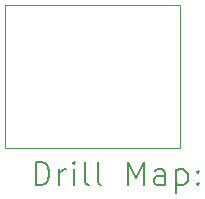
<source format=gbr>
%TF.GenerationSoftware,KiCad,Pcbnew,7.0.6*%
%TF.CreationDate,2025-02-23T16:11:29-08:00*%
%TF.ProjectId,jtag_adapter,6a746167-5f61-4646-9170-7465722e6b69,rev?*%
%TF.SameCoordinates,Original*%
%TF.FileFunction,Drillmap*%
%TF.FilePolarity,Positive*%
%FSLAX45Y45*%
G04 Gerber Fmt 4.5, Leading zero omitted, Abs format (unit mm)*
G04 Created by KiCad (PCBNEW 7.0.6) date 2025-02-23 16:11:29*
%MOMM*%
%LPD*%
G01*
G04 APERTURE LIST*
%ADD10C,0.100000*%
%ADD11C,0.200000*%
G04 APERTURE END LIST*
D10*
X6897312Y-6939931D02*
X8378722Y-6939931D01*
X8378722Y-8149312D01*
X6897312Y-8149312D01*
X6897312Y-6939931D01*
D11*
X7153089Y-8465796D02*
X7153089Y-8265796D01*
X7153089Y-8265796D02*
X7200708Y-8265796D01*
X7200708Y-8265796D02*
X7229279Y-8275320D01*
X7229279Y-8275320D02*
X7248327Y-8294367D01*
X7248327Y-8294367D02*
X7257851Y-8313415D01*
X7257851Y-8313415D02*
X7267375Y-8351510D01*
X7267375Y-8351510D02*
X7267375Y-8380082D01*
X7267375Y-8380082D02*
X7257851Y-8418177D01*
X7257851Y-8418177D02*
X7248327Y-8437224D01*
X7248327Y-8437224D02*
X7229279Y-8456272D01*
X7229279Y-8456272D02*
X7200708Y-8465796D01*
X7200708Y-8465796D02*
X7153089Y-8465796D01*
X7353089Y-8465796D02*
X7353089Y-8332462D01*
X7353089Y-8370558D02*
X7362613Y-8351510D01*
X7362613Y-8351510D02*
X7372136Y-8341986D01*
X7372136Y-8341986D02*
X7391184Y-8332462D01*
X7391184Y-8332462D02*
X7410232Y-8332462D01*
X7476898Y-8465796D02*
X7476898Y-8332462D01*
X7476898Y-8265796D02*
X7467375Y-8275320D01*
X7467375Y-8275320D02*
X7476898Y-8284843D01*
X7476898Y-8284843D02*
X7486422Y-8275320D01*
X7486422Y-8275320D02*
X7476898Y-8265796D01*
X7476898Y-8265796D02*
X7476898Y-8284843D01*
X7600708Y-8465796D02*
X7581660Y-8456272D01*
X7581660Y-8456272D02*
X7572136Y-8437224D01*
X7572136Y-8437224D02*
X7572136Y-8265796D01*
X7705470Y-8465796D02*
X7686422Y-8456272D01*
X7686422Y-8456272D02*
X7676898Y-8437224D01*
X7676898Y-8437224D02*
X7676898Y-8265796D01*
X7934041Y-8465796D02*
X7934041Y-8265796D01*
X7934041Y-8265796D02*
X8000708Y-8408653D01*
X8000708Y-8408653D02*
X8067375Y-8265796D01*
X8067375Y-8265796D02*
X8067375Y-8465796D01*
X8248327Y-8465796D02*
X8248327Y-8361034D01*
X8248327Y-8361034D02*
X8238803Y-8341986D01*
X8238803Y-8341986D02*
X8219756Y-8332462D01*
X8219756Y-8332462D02*
X8181660Y-8332462D01*
X8181660Y-8332462D02*
X8162613Y-8341986D01*
X8248327Y-8456272D02*
X8229279Y-8465796D01*
X8229279Y-8465796D02*
X8181660Y-8465796D01*
X8181660Y-8465796D02*
X8162613Y-8456272D01*
X8162613Y-8456272D02*
X8153089Y-8437224D01*
X8153089Y-8437224D02*
X8153089Y-8418177D01*
X8153089Y-8418177D02*
X8162613Y-8399129D01*
X8162613Y-8399129D02*
X8181660Y-8389605D01*
X8181660Y-8389605D02*
X8229279Y-8389605D01*
X8229279Y-8389605D02*
X8248327Y-8380082D01*
X8343565Y-8332462D02*
X8343565Y-8532463D01*
X8343565Y-8341986D02*
X8362613Y-8332462D01*
X8362613Y-8332462D02*
X8400708Y-8332462D01*
X8400708Y-8332462D02*
X8419756Y-8341986D01*
X8419756Y-8341986D02*
X8429279Y-8351510D01*
X8429279Y-8351510D02*
X8438803Y-8370558D01*
X8438803Y-8370558D02*
X8438803Y-8427701D01*
X8438803Y-8427701D02*
X8429279Y-8446748D01*
X8429279Y-8446748D02*
X8419756Y-8456272D01*
X8419756Y-8456272D02*
X8400708Y-8465796D01*
X8400708Y-8465796D02*
X8362613Y-8465796D01*
X8362613Y-8465796D02*
X8343565Y-8456272D01*
X8524518Y-8446748D02*
X8534041Y-8456272D01*
X8534041Y-8456272D02*
X8524518Y-8465796D01*
X8524518Y-8465796D02*
X8514994Y-8456272D01*
X8514994Y-8456272D02*
X8524518Y-8446748D01*
X8524518Y-8446748D02*
X8524518Y-8465796D01*
X8524518Y-8341986D02*
X8534041Y-8351510D01*
X8534041Y-8351510D02*
X8524518Y-8361034D01*
X8524518Y-8361034D02*
X8514994Y-8351510D01*
X8514994Y-8351510D02*
X8524518Y-8341986D01*
X8524518Y-8341986D02*
X8524518Y-8361034D01*
M02*

</source>
